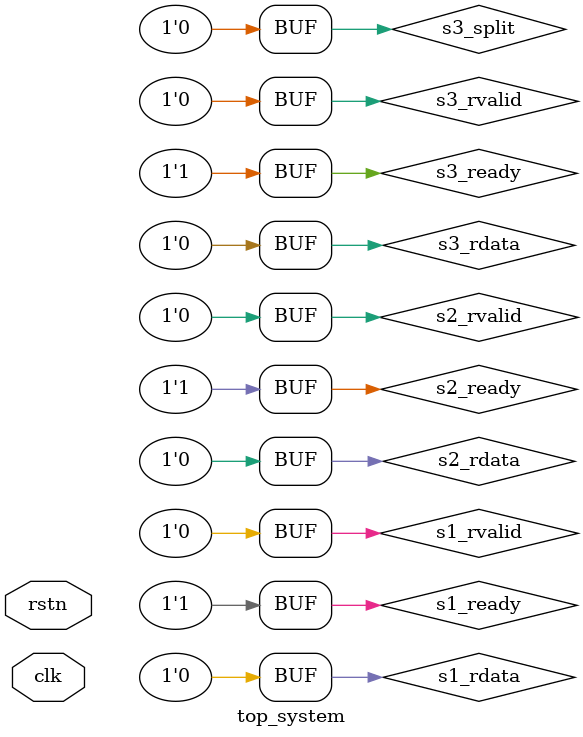
<source format=v>
module top_system (
    input clk,
    input rstn
);

    // -----------------------------------------
    //  Wires between masters and master_interface
    // -----------------------------------------

    // MASTER 1 CPU-side signals
    wire [15:0] m1_addr;
    wire [7:0]  m1_wdata;
    wire        m1_wvalid;
    wire        m1_wen;

    wire [7:0]  m1_rdata;
    wire        m1_rvalid;
    wire        m1_ready;

    // MASTER 2 CPU-side signals
    wire [15:0] m2_addr;
    wire [7:0]  m2_wdata;
    wire        m2_wvalid;
    wire        m2_wen;

    wire [7:0]  m2_rdata;
    wire        m2_rvalid;
    wire        m2_ready;



    // -----------------------------------------
    //  Wires between master_interface and bus
    // -----------------------------------------

    // Master 1 <-> Bus
    wire        m1_bwdata;
    wire        m1_brdata;
    wire        m1_bmode;
    wire        m1_bwvalid;
    wire        m1_brvalid;
    wire        m1_breq;
    wire        m1_bgrant;
    wire        m1_split;
    wire        m1_ack;

    // Master 2 <-> Bus
    wire        m2_bwdata;
    wire        m2_brdata;
    wire        m2_bmode;
    wire        m2_bwvalid;
    wire        m2_brvalid;
    wire        m2_breq;
    wire        m2_bgrant;
    wire        m2_split;
    wire        m2_ack;


    // -----------------------------------------
    // Slave wires
    // -----------------------------------------

    // Slave 1
    wire        s1_wdata;
    wire        s1_rdata;
    wire        s1_wvalid;
    wire        s1_rvalid;
    wire        s1_ready;

    // Slave 2
    wire        s2_wdata;
    wire        s2_rdata;
    wire        s2_wvalid;
    wire        s2_rvalid;
    wire        s2_ready;

    // Slave 3
    wire        s3_wdata;
    wire        s3_rdata;
    wire        s3_wvalid;
    wire        s3_rvalid;
    wire        s3_ready;
    wire        s3_split;
    wire        s3_split_grant;


    // ----------------------------------------------------------
    //  MASTER INTERFACE 1
    // ----------------------------------------------------------
    master_interface #(.ADDR_WIDTH(16), .DATA_WIDTH(8)) M1_IF (
        .clk(clk),
        .rstn(rstn),

        .mwdata(m1_wdata),
        .maddr(m1_addr),
        .mwvalid(m1_wvalid),
        .mrdata(m1_rdata),
        .mrvalid(m1_rvalid),
        .mready(m1_ready),
        .wen(m1_wen),

        .bwdata(m1_bwdata),
        .brdata(m1_brdata),
        .bmode(m1_bmode),
        .bwvalid(m1_bwvalid),
        .brvalid(m1_brvalid),

        .mbreq(m1_breq),
        .mbgrant(m1_bgrant),
        .msplit(m1_split),
        .ack(m1_ack)
    );

    // ----------------------------------------------------------
    //  MASTER INTERFACE 2
    // ----------------------------------------------------------
    master_interface #(.ADDR_WIDTH(16), .DATA_WIDTH(8)) M2_IF (
        .clk(clk),
        .rstn(rstn),

        .mwdata(m2_wdata),
        .maddr(m2_addr),
        .mwvalid(m2_wvalid),
        .mrdata(m2_rdata),
        .mrvalid(m2_rvalid),
        .mready(m2_ready),
        .wen(m2_wen),

        .bwdata(m2_bwdata),
        .brdata(m2_brdata),
        .bmode(m2_bmode),
        .bwvalid(m2_bwvalid),
        .brvalid(m2_brvalid),

        .mbreq(m2_breq),
        .mbgrant(m2_bgrant),
        .msplit(m2_split),
        .ack(m2_ack)
    );


    // ----------------------------------------------------------
    //  SERIAL BUS INSTANCE
    // ----------------------------------------------------------
    serial_bus BUS (
        .clk(clk),
        .rstn(rstn),

        // MASTER 1
        .m1_wdata(m1_bwdata),
        .m1_rdata(m1_brdata),
        .m1_mode(m1_bmode),
        .m1_wvalid(m1_bwvalid),
        .m1_rvalid(m1_brvalid),
        .m1_breq(m1_breq),
        .m1_bgrant(m1_bgrant),
        .m1_split(m1_split),
        .m1_ack(m1_ack),

        // MASTER 2
        .m2_wdata(m2_bwdata),
        .m2_rdata(m2_brdata),
        .m2_mode(m2_bmode),
        .m2_wvalid(m2_bwvalid),
        .m2_rvalid(m2_brvalid),
        .m2_breq(m2_breq),
        .m2_bgrant(m2_bgrant),
        .m2_split(m2_split),
        .m2_ack(m2_ack),

        // SLAVE 1
        .s1_wdata(s1_wdata),
        .s1_rdata(s1_rdata),
        .s1_mode(/*not used yet*/),
        .s1_wvalid(s1_wvalid),
        .s1_rvalid(s1_rvalid),
        .s1_ready(s1_ready),

        // SLAVE 2
        .s2_wdata(s2_wdata),
        .s2_rdata(s2_rdata),
        .s2_mode(),
        .s2_wvalid(s2_wvalid),
        .s2_rvalid(s2_rvalid),
        .s2_ready(s2_ready),

        // SLAVE 3
        .s3_wdata(s3_wdata),
        .s3_rdata(s3_rdata),
        .s3_mode(),
        .s3_wvalid(s3_wvalid),
        .s3_rvalid(s3_rvalid),
        .s3_ready(s3_ready),
        .s3_split(s3_split),
        .s3_split_grant(s3_split_grant)
    );



    // ----------------------------------------------------------
    // Dummy slaves (for now)
    // ----------------------------------------------------------
    assign s1_ready = 1;
    assign s2_ready = 1;
    assign s3_ready = 1;
    assign s1_rdata = 0;
    assign s2_rdata = 0;
    assign s3_rdata = 0;
    assign s1_rvalid = 0;
    assign s2_rvalid = 0;
    assign s3_rvalid = 0;
    assign s3_split = 0;

endmodule

</source>
